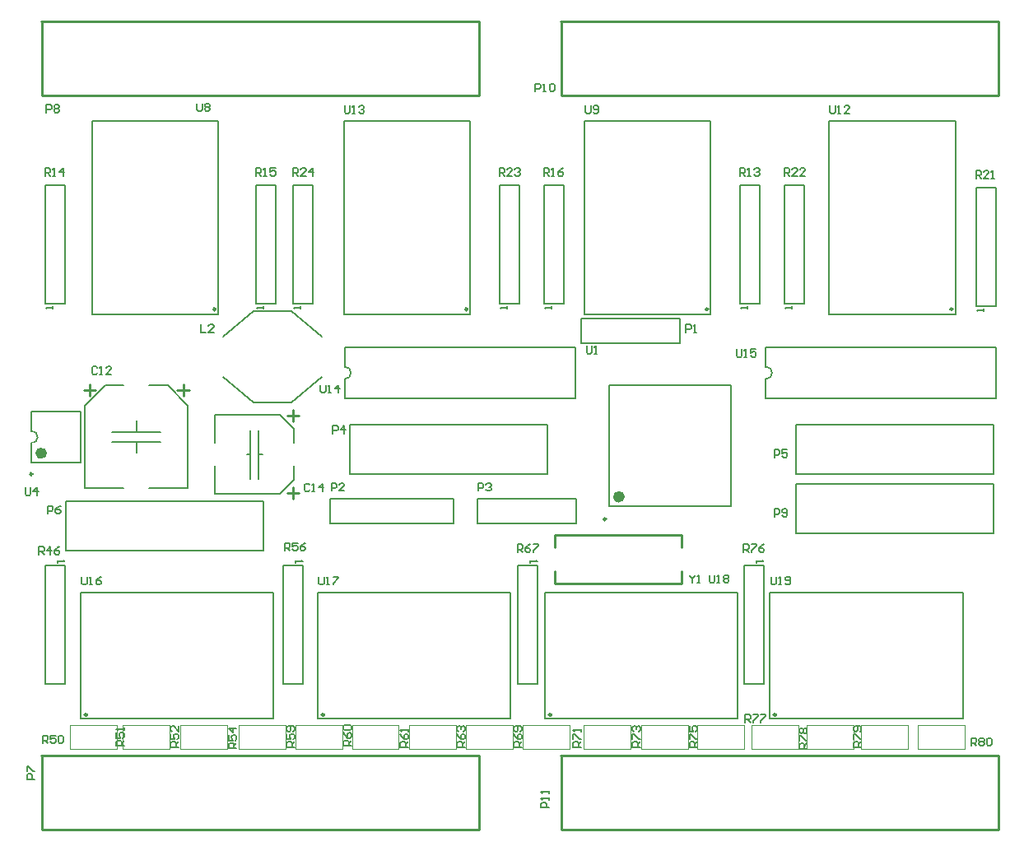
<source format=gto>
G04 Layer_Color=65535*
%FSLAX25Y25*%
%MOIN*%
G70*
G01*
G75*
%ADD21C,0.00787*%
%ADD54C,0.02362*%
%ADD55C,0.00984*%
%ADD56C,0.01000*%
%ADD57C,0.00394*%
%ADD58C,0.00600*%
%ADD59C,0.00500*%
%ADD60C,0.00591*%
D21*
X131346Y191500D02*
G03*
X131346Y196500I0J2500D01*
G01*
X4461Y165500D02*
G03*
X4461Y170500I0J2500D01*
G01*
X301847Y191500D02*
G03*
X301847Y196500I0J2500D01*
G01*
X102555Y53937D02*
Y105118D01*
X24445D02*
X102555D01*
X24445Y53937D02*
X102555D01*
X24445D02*
Y105118D01*
X198555Y53937D02*
Y105118D01*
X120445D02*
X198555D01*
X120445Y53937D02*
X198555D01*
X120445D02*
Y105118D01*
X106500Y68000D02*
X114500D01*
X106500Y116000D02*
X114500D01*
Y68000D02*
Y116000D01*
X106500Y68000D02*
Y116000D01*
X201500Y68000D02*
X209500D01*
X201500Y116000D02*
X209500D01*
Y68000D02*
Y116000D01*
X201500Y68000D02*
Y116000D01*
X293000Y68000D02*
X301000D01*
X293000Y116000D02*
X301000D01*
Y68000D02*
Y116000D01*
X293000Y68000D02*
Y116000D01*
X175500Y133000D02*
Y143000D01*
X125500Y133000D02*
X175500D01*
X125500Y143000D02*
X175500D01*
X125500Y133000D02*
Y143000D01*
X185000Y133000D02*
Y143000D01*
X225000D01*
X185000Y133000D02*
X225000D01*
Y143000D01*
X381575Y53937D02*
Y105118D01*
X303465D02*
X381575D01*
X303465Y53937D02*
X381575D01*
X303465D02*
Y105118D01*
X313898Y149000D02*
X393898D01*
X313898Y129000D02*
X393898D01*
X313898D02*
Y149000D01*
X393898Y129000D02*
Y149000D01*
X313898Y173000D02*
X393898D01*
X313898Y153000D02*
X393898D01*
X313898D02*
Y173000D01*
X393898Y153000D02*
Y173000D01*
X10000Y270000D02*
X18000D01*
X10000Y222000D02*
X18000D01*
X10000D02*
Y270000D01*
X18000Y222000D02*
Y270000D01*
X130937Y217764D02*
X182118D01*
Y295874D01*
X130937Y217764D02*
Y295874D01*
X182118D01*
X95500Y270000D02*
X103500D01*
X95500Y222000D02*
X103500D01*
X95500D02*
Y270000D01*
X103500Y222000D02*
Y270000D01*
X110500D02*
X118500D01*
X110500Y222000D02*
X118500D01*
X110500D02*
Y270000D01*
X118500Y222000D02*
Y270000D01*
X28937Y217764D02*
X80118D01*
Y295874D01*
X28937Y217764D02*
Y295874D01*
X80118D01*
X194000Y270000D02*
X202000D01*
X194000Y222000D02*
X202000D01*
X194000D02*
Y270000D01*
X202000Y222000D02*
Y270000D01*
X387000Y269000D02*
X395000D01*
X387000Y221000D02*
X395000D01*
X387000D02*
Y269000D01*
X395000Y221000D02*
Y269000D01*
X131346Y183567D02*
Y191500D01*
Y196500D02*
Y204433D01*
X224654Y183567D02*
Y204433D01*
X131346Y183567D02*
X224654D01*
X131346Y204433D02*
X224654D01*
X228382Y217764D02*
X279563D01*
Y295874D01*
X228382Y217764D02*
Y295874D01*
X279563D01*
X327437Y217764D02*
X378618D01*
Y295874D01*
X327437Y217764D02*
Y295874D01*
X378618D01*
X238394Y139894D02*
X287606D01*
X238394Y189106D02*
X287606D01*
X238394Y139894D02*
Y189106D01*
X287606Y139894D02*
Y189106D01*
X291500Y270000D02*
X299500D01*
X291500Y222000D02*
X299500D01*
X291500D02*
Y270000D01*
X299500Y222000D02*
Y270000D01*
X212000D02*
X220000D01*
X212000Y222000D02*
X220000D01*
X212000D02*
Y270000D01*
X220000Y222000D02*
Y270000D01*
X309500D02*
X317500D01*
X309500Y222000D02*
X317500D01*
X309500D02*
Y270000D01*
X317500Y222000D02*
Y270000D01*
X290555Y53937D02*
Y105118D01*
X212445D02*
X290555D01*
X212445Y53937D02*
X290555D01*
X212445D02*
Y105118D01*
X10000Y68000D02*
X18000D01*
X10000Y116000D02*
X18000D01*
Y68000D02*
Y116000D01*
X10000Y68000D02*
Y116000D01*
X24539Y157567D02*
Y178433D01*
X4461Y170500D02*
Y178433D01*
Y157567D02*
Y165500D01*
Y178433D02*
X24539D01*
X4461Y157567D02*
X24539D01*
X18500Y142000D02*
X98500D01*
X18500Y122000D02*
X98500D01*
X18500D02*
Y142000D01*
X98500Y122000D02*
Y142000D01*
X133500Y173000D02*
X213500D01*
X133500Y153000D02*
X213500D01*
X133500D02*
Y173000D01*
X213500Y153000D02*
Y173000D01*
X301847Y183567D02*
Y191500D01*
Y196500D02*
Y204433D01*
X395153Y183567D02*
Y204433D01*
X301847Y183567D02*
X395153D01*
X301847Y204433D02*
X395153D01*
X9900Y273800D02*
Y276949D01*
X11474D01*
X11999Y276424D01*
Y275374D01*
X11474Y274850D01*
X9900D01*
X10949D02*
X11999Y273800D01*
X13049D02*
X14098D01*
X13573D01*
Y276949D01*
X13049Y276424D01*
X17247Y273800D02*
Y276949D01*
X15672Y275374D01*
X17772D01*
X131300Y302249D02*
Y299625D01*
X131825Y299100D01*
X132874D01*
X133399Y299625D01*
Y302249D01*
X134449Y299100D02*
X135498D01*
X134973D01*
Y302249D01*
X134449Y301724D01*
X137072D02*
X137597Y302249D01*
X138647D01*
X139172Y301724D01*
Y301199D01*
X138647Y300674D01*
X138122D01*
X138647D01*
X139172Y300149D01*
Y299625D01*
X138647Y299100D01*
X137597D01*
X137072Y299625D01*
X193900Y273800D02*
Y276949D01*
X195474D01*
X195999Y276424D01*
Y275374D01*
X195474Y274850D01*
X193900D01*
X194949D02*
X195999Y273800D01*
X199148D02*
X197049D01*
X199148Y275899D01*
Y276424D01*
X198623Y276949D01*
X197573D01*
X197049Y276424D01*
X200197D02*
X200722Y276949D01*
X201771D01*
X202296Y276424D01*
Y275899D01*
X201771Y275374D01*
X201247D01*
X201771D01*
X202296Y274850D01*
Y274325D01*
X201771Y273800D01*
X200722D01*
X200197Y274325D01*
X386900Y272800D02*
Y275949D01*
X388474D01*
X388999Y275424D01*
Y274374D01*
X388474Y273850D01*
X386900D01*
X387949D02*
X388999Y272800D01*
X392148D02*
X390049D01*
X392148Y274899D01*
Y275424D01*
X391623Y275949D01*
X390573D01*
X390049Y275424D01*
X393197Y272800D02*
X394247D01*
X393722D01*
Y275949D01*
X393197Y275424D01*
X95400Y273800D02*
Y276949D01*
X96974D01*
X97499Y276424D01*
Y275374D01*
X96974Y274850D01*
X95400D01*
X96450D02*
X97499Y273800D01*
X98549D02*
X99598D01*
X99073D01*
Y276949D01*
X98549Y276424D01*
X103271Y276949D02*
X101172D01*
Y275374D01*
X102222Y275899D01*
X102747D01*
X103271Y275374D01*
Y274325D01*
X102747Y273800D01*
X101697D01*
X101172Y274325D01*
X11000Y137000D02*
Y140149D01*
X12574D01*
X13099Y139624D01*
Y138574D01*
X12574Y138049D01*
X11000D01*
X16248Y140149D02*
X15198Y139624D01*
X14149Y138574D01*
Y137525D01*
X14673Y137000D01*
X15723D01*
X16248Y137525D01*
Y138049D01*
X15723Y138574D01*
X14149D01*
X5744Y29441D02*
X2596D01*
Y31015D01*
X3120Y31540D01*
X4170D01*
X4695Y31015D01*
Y29441D01*
X2596Y32590D02*
Y34689D01*
X3120D01*
X5219Y32590D01*
X5744D01*
X10500Y299500D02*
Y302649D01*
X12074D01*
X12599Y302124D01*
Y301074D01*
X12074Y300550D01*
X10500D01*
X13649Y302124D02*
X14173Y302649D01*
X15223D01*
X15748Y302124D01*
Y301599D01*
X15223Y301074D01*
X15748Y300550D01*
Y300025D01*
X15223Y299500D01*
X14173D01*
X13649Y300025D01*
Y300550D01*
X14173Y301074D01*
X13649Y301599D01*
Y302124D01*
X14173Y301074D02*
X15223D01*
X305300Y135700D02*
Y138849D01*
X306874D01*
X307399Y138324D01*
Y137274D01*
X306874Y136749D01*
X305300D01*
X308449Y136225D02*
X308973Y135700D01*
X310023D01*
X310548Y136225D01*
Y138324D01*
X310023Y138849D01*
X308973D01*
X308449Y138324D01*
Y137799D01*
X308973Y137274D01*
X310548D01*
X208500Y308000D02*
Y311149D01*
X210074D01*
X210599Y310624D01*
Y309574D01*
X210074Y309050D01*
X208500D01*
X211649Y308000D02*
X212698D01*
X212173D01*
Y311149D01*
X211649Y310624D01*
X214272D02*
X214797Y311149D01*
X215847D01*
X216371Y310624D01*
Y308525D01*
X215847Y308000D01*
X214797D01*
X214272Y308525D01*
Y310624D01*
X214035Y17941D02*
X210887D01*
Y19515D01*
X211412Y20040D01*
X212461D01*
X212986Y19515D01*
Y17941D01*
X214035Y21090D02*
Y22139D01*
Y21614D01*
X210887D01*
X211412Y21090D01*
X214035Y23713D02*
Y24763D01*
Y24238D01*
X210887D01*
X211412Y23713D01*
X7500Y120500D02*
Y123649D01*
X9074D01*
X9599Y123124D01*
Y122074D01*
X9074Y121549D01*
X7500D01*
X8550D02*
X9599Y120500D01*
X12223D02*
Y123649D01*
X10649Y122074D01*
X12748D01*
X15896Y123649D02*
X14847Y123124D01*
X13797Y122074D01*
Y121025D01*
X14322Y120500D01*
X15371D01*
X15896Y121025D01*
Y121549D01*
X15371Y122074D01*
X13797D01*
X9000Y44000D02*
Y47149D01*
X10574D01*
X11099Y46624D01*
Y45574D01*
X10574Y45050D01*
X9000D01*
X10050D02*
X11099Y44000D01*
X14248Y47149D02*
X12149D01*
Y45574D01*
X13198Y46099D01*
X13723D01*
X14248Y45574D01*
Y44525D01*
X13723Y44000D01*
X12673D01*
X12149Y44525D01*
X15297Y46624D02*
X15822Y47149D01*
X16872D01*
X17396Y46624D01*
Y44525D01*
X16872Y44000D01*
X15822D01*
X15297Y44525D01*
Y46624D01*
X42000Y43000D02*
X38851D01*
Y44574D01*
X39376Y45099D01*
X40426D01*
X40951Y44574D01*
Y43000D01*
Y44050D02*
X42000Y45099D01*
X38851Y48248D02*
Y46149D01*
X40426D01*
X39901Y47198D01*
Y47723D01*
X40426Y48248D01*
X41475D01*
X42000Y47723D01*
Y46673D01*
X41475Y46149D01*
X42000Y49297D02*
Y50347D01*
Y49822D01*
X38851D01*
X39376Y49297D01*
X64000Y42500D02*
X60851D01*
Y44074D01*
X61376Y44599D01*
X62426D01*
X62950Y44074D01*
Y42500D01*
Y43549D02*
X64000Y44599D01*
X60851Y47748D02*
Y45649D01*
X62426D01*
X61901Y46698D01*
Y47223D01*
X62426Y47748D01*
X63475D01*
X64000Y47223D01*
Y46173D01*
X63475Y45649D01*
X64000Y50896D02*
Y48797D01*
X61901Y50896D01*
X61376D01*
X60851Y50371D01*
Y49322D01*
X61376Y48797D01*
X87500Y42000D02*
X84351D01*
Y43574D01*
X84876Y44099D01*
X85926D01*
X86450Y43574D01*
Y42000D01*
Y43049D02*
X87500Y44099D01*
X84351Y47248D02*
Y45149D01*
X85926D01*
X85401Y46198D01*
Y46723D01*
X85926Y47248D01*
X86975D01*
X87500Y46723D01*
Y45673D01*
X86975Y45149D01*
X87500Y49872D02*
X84351D01*
X85926Y48297D01*
Y50396D01*
X107000Y122000D02*
Y125149D01*
X108574D01*
X109099Y124624D01*
Y123574D01*
X108574Y123049D01*
X107000D01*
X108049D02*
X109099Y122000D01*
X112248Y125149D02*
X110149D01*
Y123574D01*
X111198Y124099D01*
X111723D01*
X112248Y123574D01*
Y122525D01*
X111723Y122000D01*
X110673D01*
X110149Y122525D01*
X115396Y125149D02*
X114347Y124624D01*
X113297Y123574D01*
Y122525D01*
X113822Y122000D01*
X114872D01*
X115396Y122525D01*
Y123049D01*
X114872Y123574D01*
X113297D01*
X111000Y42500D02*
X107851D01*
Y44074D01*
X108376Y44599D01*
X109426D01*
X109950Y44074D01*
Y42500D01*
Y43549D02*
X111000Y44599D01*
X107851Y47748D02*
Y45649D01*
X109426D01*
X108901Y46698D01*
Y47223D01*
X109426Y47748D01*
X110475D01*
X111000Y47223D01*
Y46173D01*
X110475Y45649D01*
Y48797D02*
X111000Y49322D01*
Y50371D01*
X110475Y50896D01*
X108376D01*
X107851Y50371D01*
Y49322D01*
X108376Y48797D01*
X108901D01*
X109426Y49322D01*
Y50896D01*
X134000Y43000D02*
X130851D01*
Y44574D01*
X131376Y45099D01*
X132426D01*
X132950Y44574D01*
Y43000D01*
Y44050D02*
X134000Y45099D01*
X130851Y48248D02*
X131376Y47198D01*
X132426Y46149D01*
X133475D01*
X134000Y46673D01*
Y47723D01*
X133475Y48248D01*
X132950D01*
X132426Y47723D01*
Y46149D01*
X131376Y49297D02*
X130851Y49822D01*
Y50871D01*
X131376Y51396D01*
X133475D01*
X134000Y50871D01*
Y49822D01*
X133475Y49297D01*
X131376D01*
X157000Y42500D02*
X153851D01*
Y44074D01*
X154376Y44599D01*
X155426D01*
X155950Y44074D01*
Y42500D01*
Y43549D02*
X157000Y44599D01*
X153851Y47748D02*
X154376Y46698D01*
X155426Y45649D01*
X156475D01*
X157000Y46173D01*
Y47223D01*
X156475Y47748D01*
X155950D01*
X155426Y47223D01*
Y45649D01*
X157000Y48797D02*
Y49847D01*
Y49322D01*
X153851D01*
X154376Y48797D01*
X180000Y42500D02*
X176851D01*
Y44074D01*
X177376Y44599D01*
X178426D01*
X178951Y44074D01*
Y42500D01*
Y43549D02*
X180000Y44599D01*
X176851Y47748D02*
X177376Y46698D01*
X178426Y45649D01*
X179475D01*
X180000Y46173D01*
Y47223D01*
X179475Y47748D01*
X178951D01*
X178426Y47223D01*
Y45649D01*
X177376Y48797D02*
X176851Y49322D01*
Y50371D01*
X177376Y50896D01*
X177901D01*
X178426Y50371D01*
Y49847D01*
Y50371D01*
X178951Y50896D01*
X179475D01*
X180000Y50371D01*
Y49322D01*
X179475Y48797D01*
X201300Y121400D02*
Y124549D01*
X202874D01*
X203399Y124024D01*
Y122974D01*
X202874Y122450D01*
X201300D01*
X202349D02*
X203399Y121400D01*
X206548Y124549D02*
X205498Y124024D01*
X204449Y122974D01*
Y121925D01*
X204973Y121400D01*
X206023D01*
X206548Y121925D01*
Y122450D01*
X206023Y122974D01*
X204449D01*
X207597Y124549D02*
X209696D01*
Y124024D01*
X207597Y121925D01*
Y121400D01*
X203000Y42500D02*
X199851D01*
Y44074D01*
X200376Y44599D01*
X201426D01*
X201951Y44074D01*
Y42500D01*
Y43549D02*
X203000Y44599D01*
X199851Y47748D02*
X200376Y46698D01*
X201426Y45649D01*
X202475D01*
X203000Y46173D01*
Y47223D01*
X202475Y47748D01*
X201951D01*
X201426Y47223D01*
Y45649D01*
X202475Y48797D02*
X203000Y49322D01*
Y50371D01*
X202475Y50896D01*
X200376D01*
X199851Y50371D01*
Y49322D01*
X200376Y48797D01*
X200901D01*
X201426Y49322D01*
Y50896D01*
X227000Y42500D02*
X223851D01*
Y44074D01*
X224376Y44599D01*
X225426D01*
X225951Y44074D01*
Y42500D01*
Y43549D02*
X227000Y44599D01*
X223851Y45649D02*
Y47748D01*
X224376D01*
X226475Y45649D01*
X227000D01*
Y48797D02*
Y49847D01*
Y49322D01*
X223851D01*
X224376Y48797D01*
X251000Y42500D02*
X247851D01*
Y44074D01*
X248376Y44599D01*
X249426D01*
X249951Y44074D01*
Y42500D01*
Y43549D02*
X251000Y44599D01*
X247851Y45649D02*
Y47748D01*
X248376D01*
X250475Y45649D01*
X251000D01*
X248376Y48797D02*
X247851Y49322D01*
Y50371D01*
X248376Y50896D01*
X248901D01*
X249426Y50371D01*
Y49847D01*
Y50371D01*
X249951Y50896D01*
X250475D01*
X251000Y50371D01*
Y49322D01*
X250475Y48797D01*
X274051Y42500D02*
X270903D01*
Y44074D01*
X271427Y44599D01*
X272477D01*
X273002Y44074D01*
Y42500D01*
Y43549D02*
X274051Y44599D01*
X270903Y45649D02*
Y47748D01*
X271427D01*
X273526Y45649D01*
X274051D01*
X270903Y50896D02*
Y48797D01*
X272477D01*
X271952Y49847D01*
Y50371D01*
X272477Y50896D01*
X273526D01*
X274051Y50371D01*
Y49322D01*
X273526Y48797D01*
X292800Y121400D02*
Y124549D01*
X294374D01*
X294899Y124024D01*
Y122974D01*
X294374Y122450D01*
X292800D01*
X293849D02*
X294899Y121400D01*
X295949Y124549D02*
X298048D01*
Y124024D01*
X295949Y121925D01*
Y121400D01*
X301196Y124549D02*
X300147Y124024D01*
X299097Y122974D01*
Y121925D01*
X299622Y121400D01*
X300672D01*
X301196Y121925D01*
Y122450D01*
X300672Y122974D01*
X299097D01*
X293500Y52500D02*
Y55649D01*
X295074D01*
X295599Y55124D01*
Y54074D01*
X295074Y53549D01*
X293500D01*
X294549D02*
X295599Y52500D01*
X296649Y55649D02*
X298748D01*
Y55124D01*
X296649Y53025D01*
Y52500D01*
X299797Y55649D02*
X301896D01*
Y55124D01*
X299797Y53025D01*
Y52500D01*
X318551Y41776D02*
X315403D01*
Y43350D01*
X315927Y43875D01*
X316977D01*
X317502Y43350D01*
Y41776D01*
Y42825D02*
X318551Y43875D01*
X315403Y44924D02*
Y47023D01*
X315927D01*
X318026Y44924D01*
X318551D01*
X315927Y48073D02*
X315403Y48597D01*
Y49647D01*
X315927Y50172D01*
X316452D01*
X316977Y49647D01*
X317502Y50172D01*
X318026D01*
X318551Y49647D01*
Y48597D01*
X318026Y48073D01*
X317502D01*
X316977Y48597D01*
X316452Y48073D01*
X315927D01*
X316977Y48597D02*
Y49647D01*
X340551Y42500D02*
X337403D01*
Y44074D01*
X337927Y44599D01*
X338977D01*
X339502Y44074D01*
Y42500D01*
Y43549D02*
X340551Y44599D01*
X337403Y45649D02*
Y47748D01*
X337927D01*
X340026Y45649D01*
X340551D01*
X340026Y48797D02*
X340551Y49322D01*
Y50371D01*
X340026Y50896D01*
X337927D01*
X337403Y50371D01*
Y49322D01*
X337927Y48797D01*
X338452D01*
X338977Y49322D01*
Y50896D01*
X385000Y43000D02*
Y46149D01*
X386574D01*
X387099Y45624D01*
Y44574D01*
X386574Y44050D01*
X385000D01*
X386050D02*
X387099Y43000D01*
X388149Y45624D02*
X388673Y46149D01*
X389723D01*
X390248Y45624D01*
Y45099D01*
X389723Y44574D01*
X390248Y44050D01*
Y43525D01*
X389723Y43000D01*
X388673D01*
X388149Y43525D01*
Y44050D01*
X388673Y44574D01*
X388149Y45099D01*
Y45624D01*
X388673Y44574D02*
X389723D01*
X391297Y45624D02*
X391822Y46149D01*
X392871D01*
X393396Y45624D01*
Y43525D01*
X392871Y43000D01*
X391822D01*
X391297Y43525D01*
Y45624D01*
X269500Y210500D02*
Y213649D01*
X271074D01*
X271599Y213124D01*
Y212074D01*
X271074Y211549D01*
X269500D01*
X272649Y210500D02*
X273698D01*
X273173D01*
Y213649D01*
X272649Y213124D01*
X290000Y203649D02*
Y201025D01*
X290525Y200500D01*
X291574D01*
X292099Y201025D01*
Y203649D01*
X293149Y200500D02*
X294198D01*
X293673D01*
Y203649D01*
X293149Y203124D01*
X297871Y203649D02*
X295772D01*
Y202074D01*
X296822Y202599D01*
X297347D01*
X297871Y202074D01*
Y201025D01*
X297347Y200500D01*
X296297D01*
X295772Y201025D01*
X121500Y189149D02*
Y186525D01*
X122025Y186000D01*
X123074D01*
X123599Y186525D01*
Y189149D01*
X124649Y186000D02*
X125698D01*
X125173D01*
Y189149D01*
X124649Y188624D01*
X128847Y186000D02*
Y189149D01*
X127272Y187574D01*
X129372D01*
X2000Y147649D02*
Y145025D01*
X2525Y144500D01*
X3574D01*
X4099Y145025D01*
Y147649D01*
X6723Y144500D02*
Y147649D01*
X5149Y146074D01*
X7248D01*
X305300Y159700D02*
Y162849D01*
X306874D01*
X307399Y162324D01*
Y161274D01*
X306874Y160749D01*
X305300D01*
X310548Y162849D02*
X308449D01*
Y161274D01*
X309498Y161799D01*
X310023D01*
X310548Y161274D01*
Y160225D01*
X310023Y159700D01*
X308973D01*
X308449Y160225D01*
X126500Y169500D02*
Y172649D01*
X128074D01*
X128599Y172124D01*
Y171074D01*
X128074Y170549D01*
X126500D01*
X131223Y169500D02*
Y172649D01*
X129649Y171074D01*
X131748D01*
X228800Y302249D02*
Y299625D01*
X229325Y299100D01*
X230374D01*
X230899Y299625D01*
Y302249D01*
X231949Y299625D02*
X232473Y299100D01*
X233523D01*
X234048Y299625D01*
Y301724D01*
X233523Y302249D01*
X232473D01*
X231949Y301724D01*
Y301199D01*
X232473Y300674D01*
X234048D01*
X327800Y302249D02*
Y299625D01*
X328325Y299100D01*
X329374D01*
X329899Y299625D01*
Y302249D01*
X330949Y299100D02*
X331998D01*
X331473D01*
Y302249D01*
X330949Y301724D01*
X335671Y299100D02*
X333572D01*
X335671Y301199D01*
Y301724D01*
X335147Y302249D01*
X334097D01*
X333572Y301724D01*
X229300Y204849D02*
Y202225D01*
X229825Y201700D01*
X230874D01*
X231399Y202225D01*
Y204849D01*
X232449Y201700D02*
X233498D01*
X232973D01*
Y204849D01*
X232449Y204324D01*
X291400Y273800D02*
Y276949D01*
X292974D01*
X293499Y276424D01*
Y275374D01*
X292974Y274850D01*
X291400D01*
X292449D02*
X293499Y273800D01*
X294549D02*
X295598D01*
X295073D01*
Y276949D01*
X294549Y276424D01*
X297172D02*
X297697Y276949D01*
X298747D01*
X299271Y276424D01*
Y275899D01*
X298747Y275374D01*
X298222D01*
X298747D01*
X299271Y274850D01*
Y274325D01*
X298747Y273800D01*
X297697D01*
X297172Y274325D01*
X110400Y273800D02*
Y276949D01*
X111974D01*
X112499Y276424D01*
Y275374D01*
X111974Y274850D01*
X110400D01*
X111450D02*
X112499Y273800D01*
X115648D02*
X113549D01*
X115648Y275899D01*
Y276424D01*
X115123Y276949D01*
X114073D01*
X113549Y276424D01*
X118272Y273800D02*
Y276949D01*
X116697Y275374D01*
X118796D01*
X211900Y273800D02*
Y276949D01*
X213474D01*
X213999Y276424D01*
Y275374D01*
X213474Y274850D01*
X211900D01*
X212949D02*
X213999Y273800D01*
X215049D02*
X216098D01*
X215573D01*
Y276949D01*
X215049Y276424D01*
X219772Y276949D02*
X218722Y276424D01*
X217672Y275374D01*
Y274325D01*
X218197Y273800D01*
X219247D01*
X219772Y274325D01*
Y274850D01*
X219247Y275374D01*
X217672D01*
X309400Y273800D02*
Y276949D01*
X310974D01*
X311499Y276424D01*
Y275374D01*
X310974Y274850D01*
X309400D01*
X310450D02*
X311499Y273800D01*
X314648D02*
X312549D01*
X314648Y275899D01*
Y276424D01*
X314123Y276949D01*
X313073D01*
X312549Y276424D01*
X317796Y273800D02*
X315697D01*
X317796Y275899D01*
Y276424D01*
X317271Y276949D01*
X316222D01*
X315697Y276424D01*
X125900Y146200D02*
Y149349D01*
X127474D01*
X127999Y148824D01*
Y147774D01*
X127474Y147249D01*
X125900D01*
X131148Y146200D02*
X129049D01*
X131148Y148299D01*
Y148824D01*
X130623Y149349D01*
X129573D01*
X129049Y148824D01*
X185400Y146200D02*
Y149349D01*
X186974D01*
X187499Y148824D01*
Y147774D01*
X186974Y147249D01*
X185400D01*
X188549Y148824D02*
X189073Y149349D01*
X190123D01*
X190648Y148824D01*
Y148299D01*
X190123Y147774D01*
X189598D01*
X190123D01*
X190648Y147249D01*
Y146725D01*
X190123Y146200D01*
X189073D01*
X188549Y146725D01*
X73000Y213649D02*
Y210500D01*
X75099D01*
X78248D02*
X76149D01*
X78248Y212599D01*
Y213124D01*
X77723Y213649D01*
X76673D01*
X76149Y213124D01*
X31099Y196124D02*
X30574Y196649D01*
X29525D01*
X29000Y196124D01*
Y194025D01*
X29525Y193500D01*
X30574D01*
X31099Y194025D01*
X32149Y193500D02*
X33198D01*
X32673D01*
Y196649D01*
X32149Y196124D01*
X36871Y193500D02*
X34772D01*
X36871Y195599D01*
Y196124D01*
X36347Y196649D01*
X35297D01*
X34772Y196124D01*
X117099Y148624D02*
X116574Y149149D01*
X115525D01*
X115000Y148624D01*
Y146525D01*
X115525Y146000D01*
X116574D01*
X117099Y146525D01*
X118149Y146000D02*
X119198D01*
X118673D01*
Y149149D01*
X118149Y148624D01*
X122347Y146000D02*
Y149149D01*
X120772Y147574D01*
X122871D01*
X71500Y303149D02*
Y300525D01*
X72025Y300000D01*
X73074D01*
X73599Y300525D01*
Y303149D01*
X74649Y302624D02*
X75173Y303149D01*
X76223D01*
X76748Y302624D01*
Y302099D01*
X76223Y301574D01*
X76748Y301049D01*
Y300525D01*
X76223Y300000D01*
X75173D01*
X74649Y300525D01*
Y301049D01*
X75173Y301574D01*
X74649Y302099D01*
Y302624D01*
X75173Y301574D02*
X76223D01*
X24800Y111449D02*
Y108825D01*
X25325Y108300D01*
X26374D01*
X26899Y108825D01*
Y111449D01*
X27949Y108300D02*
X28998D01*
X28473D01*
Y111449D01*
X27949Y110924D01*
X32671Y111449D02*
X31622Y110924D01*
X30572Y109874D01*
Y108825D01*
X31097Y108300D01*
X32147D01*
X32671Y108825D01*
Y109350D01*
X32147Y109874D01*
X30572D01*
X120800Y111449D02*
Y108825D01*
X121325Y108300D01*
X122374D01*
X122899Y108825D01*
Y111449D01*
X123949Y108300D02*
X124998D01*
X124473D01*
Y111449D01*
X123949Y110924D01*
X126572Y111449D02*
X128672D01*
Y110924D01*
X126572Y108825D01*
Y108300D01*
X279000Y112149D02*
Y109525D01*
X279525Y109000D01*
X280574D01*
X281099Y109525D01*
Y112149D01*
X282149Y109000D02*
X283198D01*
X282673D01*
Y112149D01*
X282149Y111624D01*
X284772D02*
X285297Y112149D01*
X286347D01*
X286872Y111624D01*
Y111099D01*
X286347Y110574D01*
X286872Y110049D01*
Y109525D01*
X286347Y109000D01*
X285297D01*
X284772Y109525D01*
Y110049D01*
X285297Y110574D01*
X284772Y111099D01*
Y111624D01*
X285297Y110574D02*
X286347D01*
X303900Y111449D02*
Y108825D01*
X304425Y108300D01*
X305474D01*
X305999Y108825D01*
Y111449D01*
X307049Y108300D02*
X308098D01*
X307573D01*
Y111449D01*
X307049Y110924D01*
X309672Y108825D02*
X310197Y108300D01*
X311247D01*
X311771Y108825D01*
Y110924D01*
X311247Y111449D01*
X310197D01*
X309672Y110924D01*
Y110399D01*
X310197Y109874D01*
X311771D01*
X271000Y112149D02*
Y111624D01*
X272049Y110574D01*
X273099Y111624D01*
Y112149D01*
X272049Y110574D02*
Y109000D01*
X274149D02*
X275198D01*
X274673D01*
Y112149D01*
X274149Y111624D01*
D54*
X243512Y143831D02*
G03*
X243512Y143831I-1181J0D01*
G01*
X9579Y161504D02*
G03*
X9579Y161504I-1181J0D01*
G01*
D55*
X26992Y55512D02*
G03*
X26992Y55512I-492J0D01*
G01*
X122992D02*
G03*
X122992Y55512I-492J0D01*
G01*
X306012D02*
G03*
X306012Y55512I-492J0D01*
G01*
X181035Y219819D02*
G03*
X181035Y219819I-492J0D01*
G01*
X79035D02*
G03*
X79035Y219819I-492J0D01*
G01*
X278480D02*
G03*
X278480Y219819I-492J0D01*
G01*
X377535D02*
G03*
X377535Y219819I-492J0D01*
G01*
X237114Y134776D02*
G03*
X237114Y134776I-492J0D01*
G01*
X214992Y55512D02*
G03*
X214992Y55512I-492J0D01*
G01*
X4874Y153000D02*
G03*
X4874Y153000I-492J0D01*
G01*
D56*
X396063Y9055D02*
Y38976D01*
X218740D02*
X396063D01*
X218898Y9055D02*
Y38976D01*
Y9055D02*
X396063D01*
X185827D02*
Y38976D01*
X8504D02*
X185827D01*
X8661Y9055D02*
Y38976D01*
Y9055D02*
X185827D01*
X216409Y108658D02*
Y113579D01*
Y108658D02*
X267590D01*
Y113579D01*
Y123421D02*
Y128342D01*
X216409D02*
X267590D01*
X216409Y123421D02*
Y128342D01*
X110500Y142890D02*
X110500Y147614D01*
X108138Y145252D02*
X112862Y145252D01*
X108138Y176748D02*
X112862Y176748D01*
X110500Y179110D02*
X110500Y174386D01*
X25740Y187024D02*
X30465Y187024D01*
X28102Y184661D02*
X28102Y189386D01*
X65898D02*
X65898Y184661D01*
X63535Y187024D02*
X68260Y187024D01*
X185827Y306299D02*
Y336221D01*
X8504D02*
X185827D01*
X8661Y306299D02*
Y336221D01*
Y306299D02*
X185827D01*
X396063D02*
Y336221D01*
X218740D02*
X396063D01*
X218898Y306299D02*
Y336221D01*
Y306299D02*
X396063D01*
D57*
X41342Y41776D02*
Y51224D01*
Y41776D02*
X60240D01*
Y51224D01*
X41342D02*
X60240D01*
X20051Y41776D02*
Y51224D01*
Y41776D02*
X38949D01*
Y51224D01*
X20051D02*
X38949D01*
X64842Y41776D02*
Y51224D01*
Y41776D02*
X83740D01*
Y51224D01*
X64842D02*
X83740D01*
X88342Y41776D02*
Y51224D01*
Y41776D02*
X107240D01*
Y51224D01*
X88342D02*
X107240D01*
X111551Y41776D02*
Y51224D01*
Y41776D02*
X130449D01*
Y51224D01*
X111551D02*
X130449D01*
X134260Y41776D02*
Y51224D01*
Y41776D02*
X153157D01*
Y51224D01*
X134260D02*
X153157D01*
X157551Y41776D02*
Y51224D01*
Y41776D02*
X176449D01*
Y51224D01*
X157551D02*
X176449D01*
X180551Y41776D02*
Y51224D01*
Y41776D02*
X199449D01*
Y51224D01*
X180551D02*
X199449D01*
X203551Y41776D02*
Y51224D01*
Y41776D02*
X222449D01*
Y51224D01*
X203551D02*
X222449D01*
X228051Y41776D02*
Y51224D01*
Y41776D02*
X246949D01*
Y51224D01*
X228051D02*
X246949D01*
X251551Y41776D02*
Y51224D01*
Y41776D02*
X270449D01*
Y51224D01*
X251551D02*
X270449D01*
X274051Y41776D02*
Y51224D01*
Y41776D02*
X292949D01*
Y51224D01*
X274051D02*
X292949D01*
X296051Y41776D02*
Y51224D01*
Y41776D02*
X314949D01*
Y51224D01*
X296051D02*
X314949D01*
X318551Y41776D02*
Y51224D01*
Y41776D02*
X337449D01*
Y51224D01*
X318551D02*
X337449D01*
X340551Y41776D02*
Y51224D01*
Y41776D02*
X359449D01*
Y51224D01*
X340551D02*
X359449D01*
X363551Y41776D02*
Y51224D01*
Y41776D02*
X382449D01*
Y51224D01*
X363551D02*
X382449D01*
D58*
X104988Y177142D02*
X110894Y171236D01*
X78610Y177142D02*
X104988D01*
Y144858D02*
X110894Y150764D01*
X78610Y144858D02*
X104988D01*
X78610Y165528D02*
Y177142D01*
X110894Y165528D02*
Y171236D01*
X78610Y144858D02*
Y156472D01*
X110894Y150764D02*
Y156472D01*
X93177Y151157D02*
Y170843D01*
X96327Y151157D02*
Y170843D01*
Y161000D02*
X97902D01*
X91602D02*
X93177D01*
X47000Y161827D02*
Y166157D01*
Y170095D02*
Y174819D01*
X37157Y170095D02*
X56842D01*
X37157Y166157D02*
X56842D01*
X52118Y188992D02*
X59598D01*
X52118Y147260D02*
X67866D01*
X34402Y188992D02*
X41882D01*
X26134Y147260D02*
X41882D01*
X67866D02*
Y180724D01*
X59598Y188992D02*
X67866Y180724D01*
X26134Y147260D02*
Y180724D01*
X34402Y188992D01*
X82000Y208784D02*
X94337Y219000D01*
X82000Y192216D02*
X94337Y182000D01*
X109663D02*
X122000Y192216D01*
X94337Y182000D02*
X109663D01*
X94337Y219000D02*
X109663D01*
X122000Y208784D01*
D59*
X267000Y206000D02*
Y216000D01*
X227000D02*
X267000D01*
X227000Y206000D02*
Y216000D01*
Y206000D02*
X267000D01*
D60*
X111500Y118000D02*
Y117082D01*
Y117541D01*
X114255D01*
X113796Y118000D01*
X206500D02*
Y117082D01*
Y117541D01*
X209255D01*
X208796Y118000D01*
X298000D02*
Y117082D01*
Y117541D01*
X300755D01*
X300296Y118000D01*
X13000Y220000D02*
Y220918D01*
Y220459D01*
X10245D01*
X10704Y220000D01*
X98500D02*
Y220918D01*
Y220459D01*
X95745D01*
X96204Y220000D01*
X113500D02*
Y220918D01*
Y220459D01*
X110745D01*
X111204Y220000D01*
X197000D02*
Y220918D01*
Y220459D01*
X194245D01*
X194704Y220000D01*
X390000Y219000D02*
Y219918D01*
Y219459D01*
X387245D01*
X387704Y219000D01*
X294500Y220000D02*
Y220918D01*
Y220459D01*
X291745D01*
X292204Y220000D01*
X215000D02*
Y220918D01*
Y220459D01*
X212245D01*
X212704Y220000D01*
X312500D02*
Y220918D01*
Y220459D01*
X309745D01*
X310204Y220000D01*
X15000Y118000D02*
Y117082D01*
Y117541D01*
X17755D01*
X17296Y118000D01*
M02*

</source>
